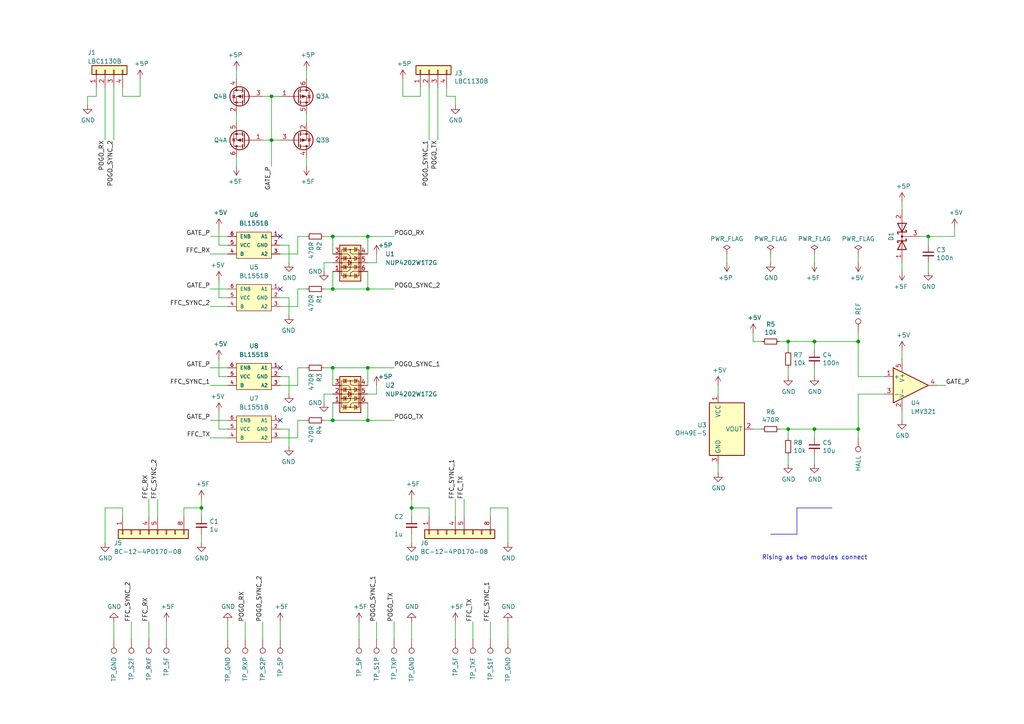
<source format=kicad_sch>
(kicad_sch (version 20230121) (generator eeschema)
  (paper "A4")
  (lib_symbols
    (symbol "Amplifier_Operational:LM321" (pin_names (offset 0.127))
      (property "Reference" "U" (at 0 7.62 0))
      (property "Value" "LM321" (at 0 5.08 0))
      (symbol "LM321_0_1"
        (polyline (pts (xy -5.08 5.08) (xy 5.08 0) (xy -5.08 -5.08) (xy -5.08 5.08)) (stroke (width 0.254)) (fill (type background)))
      )
      (symbol "LM321_1_1"
        (pin input line (at -7.62 2.54 0) (length 2.54) (name "+") (number "1"))
        (pin power_in line (at -2.54 -7.62 90) (length 3.81) (name "V-") (number "2"))
        (pin input line (at -7.62 -2.54 0) (length 2.54) (name "-") (number "3"))
        (pin output line (at 7.62 0 180) (length 2.54) (name "~") (number "4"))
        (pin power_in line (at -2.54 7.62 270) (length 3.81) (name "V+") (number "5"))
      )
    )
    (symbol "Connector:TestPoint" (pin_numbers hide) (pin_names (offset 0.762) hide)
      (property "Reference" "TP" (at 0 6.858 0))
      (property "Value" "TestPoint" (at 0 5.08 0))
      (symbol "TestPoint_0_1"
        (circle (center 0 3.302) (radius 0.762))
      )
      (symbol "TestPoint_1_1"
        (pin passive line (at 0 0 90) (length 2.54) (name "1") (number "1"))
      )
    )
    (symbol "Connector_Generic:Conn_01x04" (pin_names (offset 1.016) hide)
      (property "Reference" "J" (at 0 5.08 0))
      (property "Value" "Conn_01x04" (at 0 -7.62 0))
      (symbol "Conn_01x04_1_1"
        (rectangle (start -1.27 -4.953) (end 0 -5.207) (stroke (width 0.1524)))
        (rectangle (start -1.27 -2.413) (end 0 -2.667) (stroke (width 0.1524)))
        (rectangle (start -1.27 0.127) (end 0 -0.127) (stroke (width 0.1524)))
        (rectangle (start -1.27 2.667) (end 0 2.413) (stroke (width 0.1524)))
        (rectangle (start -1.27 3.81) (end 1.27 -6.35) (stroke (width 0.254)) (fill (type background)))
        (pin passive line (at -5.08 2.54 0) (length 3.81) (name "Pin_1") (number "1"))
        (pin passive line (at -5.08 0 0) (length 3.81) (name "Pin_2") (number "2"))
        (pin passive line (at -5.08 -2.54 0) (length 3.81) (name "Pin_3") (number "3"))
        (pin passive line (at -5.08 -5.08 0) (length 3.81) (name "Pin_4") (number "4"))
      )
    )
    (symbol "Device:D_Schottky_Dual_CommonCathode_AAK" (pin_names (offset 0.762) hide)
      (property "Reference" "D" (at 1.27 -2.54 0))
      (property "Value" "D_Schottky_Dual_CommonCathode_AAK" (at 0 2.54 0))
      (symbol "D_Schottky_Dual_CommonCathode_AAK_0_1"
        (polyline (pts (xy -3.81 0) (xy 3.81 0)))
        (polyline (pts (xy 0 0) (xy 0 -2.54)))
        (polyline (pts (xy -1.27 -1.27) (xy -1.27 1.27) (xy -1.27 1.27)) (stroke (width 0.254)))
        (polyline (pts (xy 1.27 -1.27) (xy 1.27 1.27) (xy 1.27 1.27)) (stroke (width 0.254)))
        (polyline (pts (xy -1.27 -1.27) (xy -0.762 -1.27) (xy -0.762 -1.016) (xy -0.762 -1.016)) (stroke (width 0.254)))
        (polyline (pts (xy 1.27 -1.27) (xy 1.778 -1.27) (xy 1.778 -1.016) (xy 1.778 -1.016)) (stroke (width 0.254)))
        (polyline (pts (xy 1.27 1.27) (xy 0.762 1.27) (xy 0.762 1.016) (xy 0.762 1.016)) (stroke (width 0.254)))
        (polyline (pts (xy -1.778 1.016) (xy -1.778 1.27) (xy -1.27 1.27) (xy -1.27 1.27) (xy -1.27 1.27)) (stroke (width 0.254)))
        (polyline (pts (xy -3.81 1.27) (xy -1.27 0) (xy -3.81 -1.27) (xy -3.81 1.27) (xy -3.81 1.27) (xy -3.81 1.27)) (stroke (width 0.254)))
        (polyline (pts (xy 3.81 -1.27) (xy 1.27 0) (xy 3.81 1.27) (xy 3.81 -1.27) (xy 3.81 -1.27) (xy 3.81 -1.27)) (stroke (width 0.254)))
        (circle (center 0 0) (radius 0.254) (fill (type outline)))
        (pin passive line (at -7.62 0 0) (length 3.81) (name "A") (number "1"))
        (pin passive line (at 7.62 0 180) (length 3.81) (name "A") (number "2"))
        (pin passive line (at 0 -5.08 90) (length 2.54) (name "K") (number "3"))
      )
    )
    (symbol "Device:Q_Dual_PMOS_G1S2G2D2S1D1" (pin_names (offset 0) hide)
      (property "Reference" "Q" (at 6.35 1.27 0))
      (property "Value" "Q_Dual_PMOS_G1S2G2D2S1D1" (at 19.05 -1.27 0))
      (symbol "Q_Dual_PMOS_G1S2G2D2S1D1_0_1"
        (polyline (pts (xy 0.254 0) (xy -2.54 0)))
        (polyline (pts (xy 0.254 1.905) (xy 0.254 -1.905)) (stroke (width 0.254)))
        (polyline (pts (xy 0.762 -1.27) (xy 0.762 -2.286)) (stroke (width 0.254)))
        (polyline (pts (xy 0.762 0.508) (xy 0.762 -0.508)) (stroke (width 0.254)))
        (polyline (pts (xy 0.762 2.286) (xy 0.762 1.27)) (stroke (width 0.254)))
        (polyline (pts (xy 2.54 2.54) (xy 2.54 1.778)))
        (polyline (pts (xy 2.54 -2.54) (xy 2.54 0) (xy 0.762 0)))
        (polyline (pts (xy 0.762 1.778) (xy 3.302 1.778) (xy 3.302 -1.778) (xy 0.762 -1.778)))
        (polyline (pts (xy 2.286 0) (xy 1.27 0.381) (xy 1.27 -0.381) (xy 2.286 0)) (fill (type outline)))
        (polyline (pts (xy 2.794 -0.508) (xy 2.921 -0.381) (xy 3.683 -0.381) (xy 3.81 -0.254)))
        (polyline (pts (xy 3.302 -0.381) (xy 2.921 0.254) (xy 3.683 0.254) (xy 3.302 -0.381)))
        (circle (center 1.651 0) (radius 2.794) (stroke (width 0.254)))
        (circle (center 2.54 -1.778) (radius 0.254) (fill (type outline)))
        (circle (center 2.54 1.778) (radius 0.254) (fill (type outline)))
      )
      (symbol "Q_Dual_PMOS_G1S2G2D2S1D1_1_1"
        (pin input line (at -5.08 0 0) (length 2.54) (name "G") (number "1"))
        (pin passive line (at 2.54 -5.08 90) (length 2.54) (name "S") (number "5"))
        (pin passive line (at 2.54 5.08 270) (length 2.54) (name "D") (number "6"))
      )
      (symbol "Q_Dual_PMOS_G1S2G2D2S1D1_2_1"
        (pin passive line (at 2.54 -5.08 90) (length 2.54) (name "S") (number "2"))
        (pin input line (at -5.08 0 0) (length 2.54) (name "G") (number "3"))
        (pin passive line (at 2.54 5.08 270) (length 2.54) (name "D") (number "4"))
      )
    )
    (symbol "Sensor_Magnetic:A1301KLHLT-T"
      (property "Reference" "U" (at 0 11.43 0))
      (property "Value" "A1301KLHLT-T" (at 0 8.89 0))
      (symbol "A1301KLHLT-T_0_1"
        (rectangle (start -5.08 7.62) (end 5.08 -7.62) (stroke (width 0.254)) (fill (type background)))
      )
      (symbol "A1301KLHLT-T_1_1"
        (pin power_in line (at -2.54 10.16 270) (length 2.54) (name "VCC") (number "1"))
        (pin output line (at 7.62 0 180) (length 2.54) (name "VOUT") (number "2"))
        (pin power_in line (at -2.54 -10.16 90) (length 2.54) (name "GND") (number "3"))
      )
    )
    (symbol "power:+5F" (power) (pin_names (offset 0))
      (property "Value" "+5F" (at 0 3.556 0))
      (symbol "+5F_0_1"
        (polyline (pts (xy -0.762 1.27) (xy 0 2.54)))
        (polyline (pts (xy 0 0) (xy 0 2.54)))
        (polyline (pts (xy 0 2.54) (xy 0.762 1.27)))
      )
      (symbol "+5F_1_1"
        (pin power_in line (at 0 0 90) (length 0) hide (name "+5F") (number "1"))
      )
    )
    (symbol "power:+5P" (power) (pin_names (offset 0))
      (property "Value" "+5P" (at 0 3.556 0))
      (symbol "+5P_0_1"
        (polyline (pts (xy -0.762 1.27) (xy 0 2.54)))
        (polyline (pts (xy 0 0) (xy 0 2.54)))
        (polyline (pts (xy 0 2.54) (xy 0.762 1.27)))
      )
      (symbol "+5P_1_1"
        (pin power_in line (at 0 0 90) (length 0) hide (name "+5P") (number "1"))
      )
    )
    (symbol "power:+5V" (power) (pin_names (offset 0))
      (property "Value" "+5V" (at 0 3.556 0))
      (symbol "+5V_0_1"
        (polyline (pts (xy -0.762 1.27) (xy 0 2.54)))
        (polyline (pts (xy 0 0) (xy 0 2.54)))
        (polyline (pts (xy 0 2.54) (xy 0.762 1.27)))
      )
      (symbol "+5V_1_1"
        (pin power_in line (at 0 0 90) (length 0) hide (name "+5V") (number "1"))
      )
    )
    (symbol "power:GND" (power) (pin_names (offset 0))
      (property "Value" "GND" (at 0 -3.81 0))
      (symbol "GND_0_1"
        (polyline (pts (xy 0 0) (xy 0 -1.27) (xy 1.27 -1.27) (xy 0 -2.54) (xy -1.27 -1.27) (xy 0 -1.27)))
      )
      (symbol "GND_1_1"
        (pin power_in line (at 0 0 270) (length 0) hide (name "GND") (number "1"))
      )
    )
    (symbol "power:PWR_FLAG" (power) (pin_numbers hide) (pin_names (offset 0) hide)
      (property "Value" "PWR_FLAG" (at 0 3.81 0))
      (symbol "PWR_FLAG_0_0"
        (pin power_out line (at 0 0 90) (length 0) (name "pwr") (number "1"))
      )
      (symbol "PWR_FLAG_0_1"
        (polyline (pts (xy 0 0) (xy 0 1.27) (xy -1.016 1.905) (xy 0 2.54) (xy 1.016 1.905) (xy 0 1.27)))
      )
    )
    (symbol "suku_basics:BL1551B" (pin_names (offset 1.016))
      (property "Reference" "U" (at 0 5.08 0))
      (property "Value" "BL1551B" (at 0 -5.08 0))
      (symbol "BL1551B_0_1"
        (rectangle (start -5.08 3.81) (end 5.08 -3.81) (fill (type background)))
      )
      (symbol "BL1551B_1_1"
        (pin bidirectional line (at -7.62 2.54 0) (length 2.54) (name "A1") (number "1"))
        (pin power_in line (at -7.62 0 0) (length 2.54) (name "GND") (number "2"))
        (pin bidirectional line (at -7.62 -2.54 0) (length 2.54) (name "A2") (number "3"))
        (pin bidirectional line (at 7.62 -2.54 180) (length 2.54) (name "B") (number "4"))
        (pin power_in line (at 7.62 0 180) (length 2.54) (name "VCC") (number "5"))
        (pin input line (at 7.62 2.54 180) (length 2.54) (name "ENB") (number "6"))
      )
    )
    (symbol "suku_basics:CAP" (pin_numbers hide) (pin_names (offset 0.254) hide)
      (property "Reference" "C" (at 0.254 1.778 0))
      (property "Value" "CAP" (at 0.254 -2.032 0))
      (symbol "CAP_0_1"
        (polyline (pts (xy -1.524 -0.508) (xy 1.524 -0.508)) (stroke (width 0.3302)))
        (polyline (pts (xy -1.524 0.508) (xy 1.524 0.508)) (stroke (width 0.3048)))
      )
      (symbol "CAP_1_1"
        (pin passive line (at 0 2.54 270) (length 2.032) (name "~") (number "1"))
        (pin passive line (at 0 -2.54 90) (length 2.032) (name "~") (number "2"))
      )
    )
    (symbol "suku_basics:FFC_Conn_01x08_combine_pins2" (pin_names (offset 1.016) hide)
      (property "Reference" "J" (at 0 10.16 0))
      (property "Value" "FFC_Conn_01x08_combine_pins2" (at 0 -12.7 0))
      (symbol "FFC_Conn_01x08_combine_pins2_1_1"
        (rectangle (start -1.27 -10.033) (end 0 -10.287) (stroke (width 0.1524)))
        (rectangle (start -1.27 -7.493) (end 0 -7.747) (stroke (width 0.1524)))
        (rectangle (start -1.27 -4.953) (end 0 -5.207) (stroke (width 0.1524)))
        (rectangle (start -1.27 -2.413) (end 0 -2.667) (stroke (width 0.1524)))
        (rectangle (start -1.27 0.127) (end 0 -0.127) (stroke (width 0.1524)))
        (rectangle (start -1.27 2.667) (end 0 2.413) (stroke (width 0.1524)))
        (rectangle (start -1.27 5.207) (end 0 4.953) (stroke (width 0.1524)))
        (rectangle (start -1.27 7.747) (end 0 7.493) (stroke (width 0.1524)))
        (rectangle (start -1.27 8.89) (end 1.27 -11.43) (stroke (width 0.254)) (fill (type background)))
        (pin passive line (at -5.08 7.62 0) (length 3.81) (name "Pin_1") (number "1"))
        (pin passive line (at -5.08 0 0) (length 3.81) (name "Pin_4") (number "4"))
        (pin passive line (at -5.08 -2.54 0) (length 3.81) (name "Pin_5") (number "5"))
        (pin passive line (at -5.08 -10.16 0) (length 3.81) (name "Pin_8") (number "8"))
      )
    )
    (symbol "suku_basics:RES" (pin_numbers hide) (pin_names (offset 0.254) hide)
      (property "Reference" "R" (at 0.762 0.508 0))
      (property "Value" "RES" (at 0.762 -1.016 0))
      (symbol "RES_1_1"
        (rectangle (start -0.762 1.778) (end 0.762 -1.778) (stroke (width 0.2032)))
        (pin passive line (at 0 2.54 270) (length 0.762) (name "~") (number "1"))
        (pin passive line (at 0 -2.54 90) (length 0.762) (name "~") (number "2"))
      )
    )
    (symbol "suku_basics:U_ESD_4ch"
      (property "Reference" "U" (at -6.985 -2.54 0))
      (property "Value" "U_ESD_4ch" (at 6.35 1.27 90))
      (symbol "U_ESD_4ch_0_1"
        (rectangle (start -5.334 3.048) (end 5.08 -3.048) (stroke (width 0.254)) (fill (type background)))
        (circle (center -3.81 0) (radius 0.127))
        (circle (center -3.81 0) (radius 0.127))
        (circle (center -1.27 -2.54) (radius 0.127))
        (circle (center -1.27 -2.54) (radius 0.127))
        (circle (center -1.27 0) (radius 0.127))
        (circle (center -1.27 0) (radius 0.127))
        (circle (center -1.27 2.54) (radius 0.127))
        (circle (center -1.27 2.54) (radius 0.127))
        (circle (center 0 -2.54) (radius 0.127))
        (circle (center 0 -2.54) (radius 0.127))
        (polyline (pts (xy -4.445 -1.27) (xy -3.175 -1.27)))
        (polyline (pts (xy -4.445 -1.27) (xy -3.175 -1.27)))
        (polyline (pts (xy -4.445 1.905) (xy -3.175 1.905)))
        (polyline (pts (xy -3.81 -2.54) (xy -3.81 -0.635)))
        (polyline (pts (xy -3.81 -2.54) (xy 3.81 -2.54)))
        (polyline (pts (xy -3.81 -0.635) (xy -3.81 0.635)))
        (polyline (pts (xy -3.81 0.635) (xy -3.81 2.54)))
        (polyline (pts (xy -3.81 2.54) (xy 3.81 2.54)))
        (polyline (pts (xy -3.81 2.54) (xy 3.81 2.54)))
        (polyline (pts (xy -1.905 -1.27) (xy -0.635 -1.27)))
        (polyline (pts (xy -1.905 -1.27) (xy -0.635 -1.27)))
        (polyline (pts (xy -1.905 1.905) (xy -0.635 1.905)))
        (polyline (pts (xy -1.27 -2.54) (xy -1.27 -0.635)))
        (polyline (pts (xy -1.27 -2.54) (xy -1.27 -0.635)))
        (polyline (pts (xy -1.27 0.635) (xy -1.27 -0.635)))
        (polyline (pts (xy -1.27 0.635) (xy -1.27 2.54)))
        (polyline (pts (xy 0 -0.889) (xy 0 -3.81)))
        (polyline (pts (xy 0 -0.889) (xy 0 1.016)))
        (polyline (pts (xy 0 -0.889) (xy 0 1.016)))
        (polyline (pts (xy 0 1.016) (xy 0 3.81)))
        (polyline (pts (xy 0.635 -1.27) (xy 1.905 -1.27)))
        (polyline (pts (xy 0.635 -1.27) (xy 1.905 -1.27)))
        (polyline (pts (xy 0.635 1.905) (xy 1.905 1.905)))
        (polyline (pts (xy 1.27 -2.54) (xy 1.27 -0.635)))
        (polyline (pts (xy 1.27 -2.54) (xy 1.27 -0.635)))
        (polyline (pts (xy 1.27 0.635) (xy 1.27 -0.635)))
        (polyline (pts (xy 1.27 0.635) (xy 1.27 2.54)))
        (polyline (pts (xy 3.175 -1.27) (xy 4.445 -1.27)))
        (polyline (pts (xy 3.175 -1.27) (xy 4.445 -1.27)))
        (polyline (pts (xy 3.175 1.905) (xy 4.445 1.905)))
        (polyline (pts (xy 3.81 -2.54) (xy 3.81 -0.635)))
        (polyline (pts (xy 3.81 0.635) (xy 3.81 -0.635)))
        (polyline (pts (xy 3.81 0.635) (xy 3.81 2.54)))
        (polyline (pts (xy 0.762 0.254) (xy -0.762 0.254) (xy -0.762 0)))
        (polyline (pts (xy -4.445 -1.905) (xy -3.175 -1.905) (xy -3.81 -1.27) (xy -4.445 -1.905)))
        (polyline (pts (xy -4.445 1.27) (xy -3.175 1.27) (xy -3.81 1.905) (xy -4.445 1.27)))
        (polyline (pts (xy -2.54 -3.81) (xy -2.54 -0.762) (xy -1.905 0) (xy -1.27 0)))
        (polyline (pts (xy -2.54 3.81) (xy -2.54 0.635) (xy -3.048 0) (xy -3.937 0)))
        (polyline (pts (xy -1.905 -1.905) (xy -0.635 -1.905) (xy -1.27 -1.27) (xy -1.905 -1.905)))
        (polyline (pts (xy -1.905 1.27) (xy -0.635 1.27) (xy -1.27 1.905) (xy -1.905 1.27)))
        (polyline (pts (xy -0.762 -0.508) (xy 0.762 -0.508) (xy 0 0.254) (xy -0.762 -0.508)))
        (polyline (pts (xy -0.762 -0.508) (xy 0.762 -0.508) (xy 0 0.254) (xy -0.762 -0.508)))
        (polyline (pts (xy 0.635 -1.905) (xy 1.905 -1.905) (xy 1.27 -1.27) (xy 0.635 -1.905)))
        (polyline (pts (xy 0.635 1.27) (xy 1.905 1.27) (xy 1.27 1.905) (xy 0.635 1.27)))
        (polyline (pts (xy 2.54 -3.81) (xy 2.54 -0.762) (xy 1.905 0) (xy 1.143 0)))
        (polyline (pts (xy 2.54 3.81) (xy 2.54 0.508) (xy 2.921 0) (xy 3.81 0)))
        (polyline (pts (xy 3.175 -1.905) (xy 4.445 -1.905) (xy 3.81 -1.27) (xy 3.175 -1.905)))
        (polyline (pts (xy 3.175 1.27) (xy 4.445 1.27) (xy 3.81 1.905) (xy 3.175 1.27)))
        (circle (center 0 2.54) (radius 0.127))
        (circle (center 0 2.54) (radius 0.127))
        (circle (center 1.27 -2.54) (radius 0.127))
        (circle (center 1.27 -2.54) (radius 0.127))
        (circle (center 1.27 0) (radius 0.127))
        (circle (center 1.27 0) (radius 0.127))
        (circle (center 1.27 2.54) (radius 0.127))
        (circle (center 1.27 2.54) (radius 0.127))
        (circle (center 3.81 0) (radius 0.127))
        (circle (center 3.81 0) (radius 0.127))
      )
      (symbol "U_ESD_4ch_1_1"
        (pin passive line (at -2.54 -5.08 90) (length 2.54) (name "~") (number "1"))
        (pin passive line (at 0 -5.08 90) (length 2.54) (name "~") (number "2"))
        (pin passive line (at 2.54 -5.08 90) (length 2.54) (name "~") (number "3"))
        (pin passive line (at 2.54 5.08 270) (length 2.54) (name "~") (number "4"))
        (pin passive line (at 0 5.08 270) (length 2.54) (name "~") (number "5"))
        (pin passive line (at -2.54 5.08 270) (length 2.54) (name "~") (number "6"))
      )
    )
  )
  (junction (at 96.52 121.92))
  (junction (at 248.92 99.06))
  (junction (at 228.6 99.06))
  (junction (at 119.38 147.32))
  (junction (at 269.24 68.58))
  (junction (at 248.92 124.46))
  (junction (at 96.52 83.82))
  (junction (at 106.68 83.82))
  (junction (at 236.22 99.06))
  (junction (at 106.68 121.92))
  (junction (at 106.68 68.58))
  (junction (at 236.22 124.46))
  (junction (at 78.74 27.94))
  (junction (at 78.74 40.64))
  (junction (at 96.52 68.58))
  (junction (at 58.42 147.32))
  (junction (at 228.6 124.46))
  (junction (at 96.52 106.68))
  (junction (at 106.68 106.68))
  (no_connect (at 81.28 106.68))
  (no_connect (at 81.28 121.92))
  (no_connect (at 81.28 83.82))
  (no_connect (at 81.28 68.58))
  (wire (pts (xy 68.58 33.02) (xy 68.58 35.56)))
  (wire (pts (xy 81.28 40.64) (xy 78.74 40.64)))
  (wire (pts (xy 78.74 40.64) (xy 76.2 40.64)))
  (wire (pts (xy 210.82 73.66) (xy 210.82 76.2)))
  (wire (pts (xy 116.84 27.94) (xy 121.92 27.94)))
  (wire (pts (xy 86.36 127) (xy 86.36 121.92)))
  (wire (pts (xy 30.48 25.4) (xy 30.48 40.64)))
  (wire (pts (xy 269.24 71.12) (xy 269.24 68.58)))
  (wire (pts (xy 33.02 180.34) (xy 33.02 185.42)))
  (wire (pts (xy 129.54 25.4) (xy 129.54 27.94)))
  (wire (pts (xy 27.94 27.94) (xy 27.94 25.4)))
  (wire (pts (xy 208.28 111.76) (xy 208.28 114.3)))
  (wire (pts (xy 142.24 149.86) (xy 142.24 147.32)))
  (wire (pts (xy 248.92 96.52) (xy 248.92 99.06)))
  (wire (pts (xy 137.16 180.34) (xy 137.16 185.42)))
  (wire (pts (xy 106.68 121.92) (xy 114.3 121.92)))
  (wire (pts (xy 269.24 78.74) (xy 269.24 76.2)))
  (wire (pts (xy 104.14 180.34) (xy 104.14 185.42)))
  (wire (pts (xy 218.44 99.06) (xy 220.98 99.06)))
  (wire (pts (xy 261.62 78.74) (xy 261.62 76.2)))
  (wire (pts (xy 271.78 111.76) (xy 274.32 111.76)))
  (wire (pts (xy 109.22 73.66) (xy 109.22 76.2)))
  (wire (pts (xy 81.28 88.9) (xy 86.36 88.9)))
  (wire (pts (xy 119.38 180.34) (xy 119.38 185.42)))
  (wire (pts (xy 86.36 68.58) (xy 88.9 68.58)))
  (wire (pts (xy 68.58 20.32) (xy 68.58 22.86)))
  (wire (pts (xy 236.22 73.66) (xy 236.22 76.2)))
  (wire (pts (xy 71.12 180.34) (xy 71.12 185.42)))
  (wire (pts (xy 261.62 101.6) (xy 261.62 104.14)))
  (wire (pts (xy 86.36 111.76) (xy 86.36 106.68)))
  (wire (pts (xy 106.68 73.66) (xy 106.68 68.58)))
  (wire (pts (xy 132.08 180.34) (xy 132.08 185.42)))
  (wire (pts (xy 96.52 116.84) (xy 96.52 121.92)))
  (wire (pts (xy 208.28 137.16) (xy 208.28 134.62)))
  (wire (pts (xy 81.28 73.66) (xy 86.36 73.66)))
  (wire (pts (xy 96.52 76.2) (xy 93.98 76.2)))
  (wire (pts (xy 66.04 124.46) (xy 63.5 124.46)))
  (wire (pts (xy 96.52 83.82) (xy 106.68 83.82)))
  (wire (pts (xy 35.56 147.32) (xy 30.48 147.32)))
  (wire (pts (xy 96.52 73.66) (xy 96.52 68.58)))
  (wire (pts (xy 81.28 180.34) (xy 81.28 185.42)))
  (wire (pts (xy 228.6 99.06) (xy 226.06 99.06)))
  (wire (pts (xy 106.68 83.82) (xy 114.3 83.82)))
  (wire (pts (xy 66.04 109.22) (xy 63.5 109.22)))
  (wire (pts (xy 223.52 73.66) (xy 223.52 76.2)))
  (wire (pts (xy 66.04 88.9) (xy 60.96 88.9)))
  (wire (pts (xy 236.22 99.06) (xy 248.92 99.06)))
  (wire (pts (xy 228.6 101.6) (xy 228.6 99.06)))
  (wire (pts (xy 236.22 101.6) (xy 236.22 99.06)))
  (wire (pts (xy 88.9 33.02) (xy 88.9 35.56)))
  (wire (pts (xy 106.68 111.76) (xy 106.68 106.68)))
  (wire (pts (xy 58.42 144.78) (xy 58.42 147.32)))
  (wire (pts (xy 93.98 106.68) (xy 96.52 106.68)))
  (wire (pts (xy 63.5 119.38) (xy 63.5 124.46)))
  (wire (pts (xy 53.34 149.86) (xy 53.34 147.32)))
  (wire (pts (xy 58.42 149.86) (xy 58.42 147.32)))
  (wire (pts (xy 66.04 86.36) (xy 63.5 86.36)))
  (wire (pts (xy 142.24 180.34) (xy 142.24 185.42)))
  (polyline (pts (xy 231.14 154.94) (xy 231.14 147.32)))
  (wire (pts (xy 119.38 157.48) (xy 119.38 154.94)))
  (wire (pts (xy 236.22 134.62) (xy 236.22 132.08)))
  (wire (pts (xy 68.58 48.26) (xy 68.58 45.72)))
  (wire (pts (xy 38.1 180.34) (xy 38.1 185.42)))
  (wire (pts (xy 93.98 68.58) (xy 96.52 68.58)))
  (wire (pts (xy 35.56 149.86) (xy 35.56 147.32)))
  (wire (pts (xy 96.52 121.92) (xy 106.68 121.92)))
  (wire (pts (xy 106.68 116.84) (xy 106.68 121.92)))
  (wire (pts (xy 86.36 88.9) (xy 86.36 83.82)))
  (wire (pts (xy 83.82 86.36) (xy 83.82 91.44)))
  (wire (pts (xy 236.22 124.46) (xy 228.6 124.46)))
  (wire (pts (xy 88.9 121.92) (xy 86.36 121.92)))
  (wire (pts (xy 88.9 20.32) (xy 88.9 22.86)))
  (wire (pts (xy 35.56 25.4) (xy 35.56 27.94)))
  (wire (pts (xy 76.2 180.34) (xy 76.2 185.42)))
  (wire (pts (xy 228.6 132.08) (xy 228.6 134.62)))
  (wire (pts (xy 248.92 124.46) (xy 236.22 124.46)))
  (wire (pts (xy 248.92 73.66) (xy 248.92 76.2)))
  (wire (pts (xy 96.52 114.3) (xy 93.98 114.3)))
  (wire (pts (xy 81.28 111.76) (xy 86.36 111.76)))
  (wire (pts (xy 60.96 68.58) (xy 66.04 68.58)))
  (wire (pts (xy 40.64 27.94) (xy 40.64 22.86)))
  (wire (pts (xy 66.04 121.92) (xy 60.96 121.92)))
  (wire (pts (xy 83.82 124.46) (xy 83.82 129.54)))
  (wire (pts (xy 269.24 68.58) (xy 276.86 68.58)))
  (wire (pts (xy 96.52 78.74) (xy 96.52 83.82)))
  (wire (pts (xy 106.68 78.74) (xy 106.68 83.82)))
  (wire (pts (xy 248.92 99.06) (xy 248.92 109.22)))
  (wire (pts (xy 25.4 27.94) (xy 27.94 27.94)))
  (wire (pts (xy 83.82 71.12) (xy 81.28 71.12)))
  (wire (pts (xy 43.18 180.34) (xy 43.18 185.42)))
  (wire (pts (xy 248.92 109.22) (xy 256.54 109.22)))
  (wire (pts (xy 60.96 106.68) (xy 66.04 106.68)))
  (wire (pts (xy 81.28 127) (xy 86.36 127)))
  (wire (pts (xy 96.52 111.76) (xy 96.52 106.68)))
  (wire (pts (xy 66.04 180.34) (xy 66.04 185.42)))
  (wire (pts (xy 96.52 106.68) (xy 106.68 106.68)))
  (wire (pts (xy 228.6 106.68) (xy 228.6 109.22)))
  (wire (pts (xy 60.96 73.66) (xy 66.04 73.66)))
  (wire (pts (xy 63.5 66.04) (xy 63.5 71.12)))
  (wire (pts (xy 121.92 27.94) (xy 121.92 25.4)))
  (wire (pts (xy 276.86 68.58) (xy 276.86 66.04)))
  (wire (pts (xy 228.6 127) (xy 228.6 124.46)))
  (wire (pts (xy 83.82 86.36) (xy 81.28 86.36)))
  (wire (pts (xy 236.22 109.22) (xy 236.22 106.68)))
  (wire (pts (xy 109.22 76.2) (xy 106.68 76.2)))
  (wire (pts (xy 88.9 48.26) (xy 88.9 45.72)))
  (wire (pts (xy 58.42 157.48) (xy 58.42 154.94)))
  (wire (pts (xy 83.82 124.46) (xy 81.28 124.46)))
  (wire (pts (xy 261.62 121.92) (xy 261.62 119.38)))
  (wire (pts (xy 78.74 27.94) (xy 78.74 40.64)))
  (wire (pts (xy 109.22 111.76) (xy 109.22 114.3)))
  (wire (pts (xy 119.38 147.32) (xy 119.38 149.86)))
  (wire (pts (xy 58.42 147.32) (xy 53.34 147.32)))
  (wire (pts (xy 45.72 144.78) (xy 45.72 149.86)))
  (wire (pts (xy 147.32 147.32) (xy 142.24 147.32)))
  (wire (pts (xy 124.46 149.86) (xy 124.46 147.32)))
  (wire (pts (xy 43.18 144.78) (xy 43.18 149.86)))
  (wire (pts (xy 93.98 83.82) (xy 96.52 83.82)))
  (wire (pts (xy 114.3 180.34) (xy 114.3 185.42)))
  (wire (pts (xy 83.82 109.22) (xy 81.28 109.22)))
  (wire (pts (xy 218.44 124.46) (xy 220.98 124.46)))
  (wire (pts (xy 116.84 22.86) (xy 116.84 27.94)))
  (wire (pts (xy 261.62 58.42) (xy 261.62 60.96)))
  (wire (pts (xy 93.98 114.3) (xy 93.98 116.84)))
  (wire (pts (xy 119.38 147.32) (xy 124.46 147.32)))
  (wire (pts (xy 86.36 73.66) (xy 86.36 68.58)))
  (wire (pts (xy 78.74 40.64) (xy 78.74 48.26)))
  (wire (pts (xy 93.98 121.92) (xy 96.52 121.92)))
  (wire (pts (xy 33.02 25.4) (xy 33.02 40.64)))
  (wire (pts (xy 30.48 147.32) (xy 30.48 157.48)))
  (wire (pts (xy 83.82 114.3) (xy 83.82 109.22)))
  (wire (pts (xy 88.9 83.82) (xy 86.36 83.82)))
  (wire (pts (xy 63.5 104.14) (xy 63.5 109.22)))
  (wire (pts (xy 88.9 106.68) (xy 86.36 106.68)))
  (wire (pts (xy 93.98 76.2) (xy 93.98 78.74)))
  (wire (pts (xy 25.4 30.48) (xy 25.4 27.94)))
  (wire (pts (xy 96.52 68.58) (xy 106.68 68.58)))
  (wire (pts (xy 248.92 124.46) (xy 248.92 127)))
  (wire (pts (xy 66.04 127) (xy 60.96 127)))
  (wire (pts (xy 76.2 27.94) (xy 78.74 27.94)))
  (wire (pts (xy 248.92 114.3) (xy 248.92 124.46)))
  (wire (pts (xy 63.5 81.28) (xy 63.5 86.36)))
  (wire (pts (xy 66.04 83.82) (xy 60.96 83.82)))
  (wire (pts (xy 106.68 106.68) (xy 114.3 106.68)))
  (wire (pts (xy 218.44 96.52) (xy 218.44 99.06)))
  (wire (pts (xy 106.68 68.58) (xy 114.3 68.58)))
  (wire (pts (xy 66.04 71.12) (xy 63.5 71.12)))
  (wire (pts (xy 269.24 68.58) (xy 266.7 68.58)))
  (polyline (pts (xy 231.14 147.32) (xy 241.3 147.32)))
  (wire (pts (xy 129.54 27.94) (xy 132.08 27.94)))
  (wire (pts (xy 147.32 180.34) (xy 147.32 185.42)))
  (wire (pts (xy 60.96 111.76) (xy 66.04 111.76)))
  (wire (pts (xy 35.56 27.94) (xy 40.64 27.94)))
  (wire (pts (xy 248.92 114.3) (xy 256.54 114.3)))
  (wire (pts (xy 109.22 180.34) (xy 109.22 185.42)))
  (wire (pts (xy 132.08 27.94) (xy 132.08 30.48)))
  (wire (pts (xy 119.38 144.78) (xy 119.38 147.32)))
  (wire (pts (xy 236.22 127) (xy 236.22 124.46)))
  (wire (pts (xy 48.26 180.34) (xy 48.26 185.42)))
  (wire (pts (xy 134.62 144.78) (xy 134.62 149.86)))
  (wire (pts (xy 236.22 99.06) (xy 228.6 99.06)))
  (wire (pts (xy 124.46 25.4) (xy 124.46 40.64)))
  (polyline (pts (xy 223.52 154.94) (xy 231.14 154.94)))
  (wire (pts (xy 228.6 124.46) (xy 226.06 124.46)))
  (wire (pts (xy 132.08 144.78) (xy 132.08 149.86)))
  (wire (pts (xy 127 25.4) (xy 127 40.64)))
  (wire (pts (xy 81.28 27.94) (xy 78.74 27.94)))
  (wire (pts (xy 147.32 157.48) (xy 147.32 147.32)))
  (wire (pts (xy 83.82 76.2) (xy 83.82 71.12)))
  (wire (pts (xy 109.22 114.3) (xy 106.68 114.3)))
  (text "Rising as two modules connect\n" (at 220.98 162.56 0) (effects (font (size 1.27 1.27)) (justify left bottom)))
  (label "GATE_P" (at 60.96 106.68 180))
  (label "GATE_P" (at 60.96 121.92 180))
  (label "GATE_P" (at 60.96 83.82 180))
  (label "POGO_RX" (at 71.12 180.34 90))
  (label "FFC_SYNC_1" (at 60.96 111.76 180))
  (label "FFC_SYNC_1" (at 132.08 144.78 90))
  (label "FFC_SYNC_2" (at 60.96 88.9 180))
  (label "FFC_SYNC_2" (at 45.72 144.78 90))
  (label "FFC_TX" (at 134.62 144.78 90))
  (label "FFC_SYNC_1" (at 142.24 180.34 90))
  (label "GATE_P" (at 78.74 48.26 270))
  (label "GATE_P" (at 274.32 111.76 0))
  (label "POGO_TX" (at 114.3 121.92 0))
  (label "POGO_SYNC_1" (at 109.22 180.34 90))
  (label "POGO_SYNC_2" (at 33.02 40.64 270))
  (label "FFC_TX" (at 137.16 180.34 90))
  (label "FFC_RX" (at 43.18 180.34 90))
  (label "POGO_TX" (at 127 40.64 270))
  (label "FFC_SYNC_2" (at 38.1 180.34 90))
  (label "FFC_TX" (at 60.96 127 180))
  (label "GATE_P" (at 60.96 68.58 180))
  (label "POGO_SYNC_2" (at 76.2 180.34 90))
  (label "POGO_SYNC_1" (at 114.3 106.68 0))
  (label "POGO_SYNC_2" (at 114.3 83.82 0))
  (label "POGO_RX" (at 30.48 40.64 270))
  (label "POGO_RX" (at 114.3 68.58 0))
  (label "FFC_RX" (at 60.96 73.66 180))
  (label "FFC_RX" (at 43.18 144.78 90))
  (label "POGO_SYNC_1" (at 124.46 40.64 270))
  (label "POGO_TX" (at 114.3 180.34 90))
  (symbol (lib_id "suku_basics:U_ESD_4ch") (at 101.6 76.2 270) (mirror x) (unit 1)
    (property "Reference" "U1" (at 111.76 73.66 90) (effects (justify left)))
    (property "Value" "NUP4202W1T2G" (at 111.76 76.2 90) (effects (justify left)))
    (property "Footprint" "suku_basics:SOT-363_SC-70-6" (effects hide))
    (property "Datasheet" "https://lcsc.com/product-detail/_CREATEK_CEST236LC5VU-M_CREATEK-CEST236LC5VU-M_C266649.html" (effects hide))
    (property "Part" "C294963" (effects hide))
  )
  (symbol (lib_id "suku_basics:RES") (at 91.44 68.58 270) (unit 1)
    (property "Reference" "R2" (at 92.6084 70.0786 0) (effects (justify left)))
    (property "Value" "470R" (at 90.297 70.0786 0) (effects (justify left)))
    (property "Footprint" "suku_basics:RES_0402" (effects hide))
  )
  (symbol (lib_id "Connector_Generic:Conn_01x04") (at 30.48 20.32 90) (unit 1)
    (property "Reference" "J1" (at 25.4 15.24 90) (effects (justify right)))
    (property "Value" "LBC1130B" (at 25.4 17.78 90) (effects (justify right)))
    (property "Footprint" "suku_basics:J_4xPOGO_SMD" (effects hide))
    (property "Part" "LBC1130B" (effects hide))
  )
  (symbol (lib_id "Connector_Generic:Conn_01x04") (at 124.46 20.32 90) (unit 1)
    (property "Reference" "J3" (at 131.7752 21.2344 90) (effects (justify right)))
    (property "Value" "LBC1130B" (at 131.7752 23.5458 90) (effects (justify right)))
    (property "Footprint" "suku_basics:J_4xPOGO_SMD" (effects hide))
    (property "Part" "LBC1130B" (effects hide))
  )
  (symbol (lib_id "power:GND") (at 93.98 78.74 0) (unit 1)
    (property "Reference" "#PWR04" (effects hide))
    (property "Value" "GND" (at 91.44 78.74 0))
  )
  (symbol (lib_id "power:+5P") (at 116.84 22.86 0) (unit 1)
    (property "Reference" "#PWR012" (effects hide))
    (property "Value" "+5P" (at 117.221 18.4658 0))
  )
  (symbol (lib_id "power:GND") (at 25.4 30.48 0) (unit 1)
    (property "Reference" "#PWR02" (effects hide))
    (property "Value" "GND" (at 25.527 34.8742 0))
  )
  (symbol (lib_id "power:+5P") (at 40.64 22.86 0) (unit 1)
    (property "Reference" "#PWR05" (effects hide))
    (property "Value" "+5P" (at 41.021 18.4658 0))
  )
  (symbol (lib_id "power:GND") (at 132.08 30.48 0) (unit 1)
    (property "Reference" "#PWR015" (effects hide))
    (property "Value" "GND" (at 132.207 34.8742 0))
  )
  (symbol (lib_id "Device:Q_Dual_PMOS_G1S2G2D2S1D1") (at 86.36 27.94 0) (unit 1)
    (property "Reference" "Q3" (at 91.5924 27.94 0) (effects (justify left)))
    (property "Value" "WST2011" (effects hide))
    (property "Footprint" "suku_basics:SOT-23-6" (effects hide))
    (property "Part" "C148368" (effects hide))
  )
  (symbol (lib_id "Device:Q_Dual_PMOS_G1S2G2D2S1D1") (at 86.36 40.64 0) (mirror x) (unit 2)
    (property "Reference" "Q3" (at 91.5924 40.64 0) (effects (justify left)))
    (property "Value" "WST2011" (effects hide))
    (property "Footprint" "suku_basics:SOT-23-6" (effects hide))
    (property "Part" "C148368" (effects hide))
  )
  (symbol (lib_id "power:+5P") (at 88.9 20.32 0) (unit 1)
    (property "Reference" "#PWR08" (effects hide))
    (property "Value" "+5P" (at 89.281 15.9258 0))
  )
  (symbol (lib_id "power:+5F") (at 68.58 48.26 180) (unit 1)
    (property "Reference" "#PWR09" (effects hide))
    (property "Value" "+5F" (at 68.199 52.6542 0))
  )
  (symbol (lib_id "Device:Q_Dual_PMOS_G1S2G2D2S1D1") (at 71.12 27.94 0) (mirror y) (unit 2)
    (property "Reference" "Q4" (at 65.8876 27.94 0) (effects (justify left)))
    (property "Value" "WST2011" (effects hide))
    (property "Footprint" "suku_basics:SOT-23-6" (effects hide))
    (property "Part" "C148368" (effects hide))
  )
  (symbol (lib_id "Device:Q_Dual_PMOS_G1S2G2D2S1D1") (at 71.12 40.64 180) (unit 1)
    (property "Reference" "Q4" (at 65.8876 40.64 0) (effects (justify left)))
    (property "Value" "WST2011" (effects hide))
    (property "Footprint" "suku_basics:SOT-23-6" (effects hide))
    (property "Part" "C148368" (effects hide))
  )
  (symbol (lib_id "power:+5P") (at 68.58 20.32 0) (mirror y) (unit 1)
    (property "Reference" "#PWR010" (effects hide))
    (property "Value" "+5P" (at 68.199 15.9258 0))
  )
  (symbol (lib_id "power:+5F") (at 88.9 48.26 0) (mirror x) (unit 1)
    (property "Reference" "#PWR011" (effects hide))
    (property "Value" "+5F" (at 89.281 52.6542 0))
  )
  (symbol (lib_id "power:+5P") (at 109.22 73.66 0) (unit 1)
    (property "Reference" "#PWR03" (effects hide))
    (property "Value" "+5P" (at 111.76 71.12 0))
  )
  (symbol (lib_id "suku_basics:U_ESD_4ch") (at 101.6 114.3 270) (mirror x) (unit 1)
    (property "Reference" "U2" (at 111.76 111.76 90) (effects (justify left)))
    (property "Value" "NUP4202W1T2G" (at 111.76 114.3 90) (effects (justify left)))
    (property "Footprint" "suku_basics:SOT-363_SC-70-6" (effects hide))
    (property "Datasheet" "https://lcsc.com/product-detail/_CREATEK_CEST236LC5VU-M_CREATEK-CEST236LC5VU-M_C266649.html" (effects hide))
    (property "Part" "C294963" (effects hide))
  )
  (symbol (lib_id "suku_basics:CAP") (at 58.42 152.4 0) (unit 1)
    (property "Reference" "C1" (at 60.7568 151.2316 0) (effects (justify left)))
    (property "Value" "1u" (at 60.7568 153.543 0) (effects (justify left)))
    (property "Footprint" "suku_basics:CAP_0805" (effects hide))
  )
  (symbol (lib_id "power:GND") (at 30.48 157.48 0) (unit 1)
    (property "Reference" "#PWR01" (effects hide))
    (property "Value" "GND" (at 30.607 161.8742 0))
  )
  (symbol (lib_id "power:+5F") (at 58.42 144.78 0) (unit 1)
    (property "Reference" "#PWR06" (effects hide))
    (property "Value" "+5F" (at 58.801 140.3858 0))
  )
  (symbol (lib_id "power:GND") (at 58.42 157.48 0) (unit 1)
    (property "Reference" "#PWR07" (effects hide))
    (property "Value" "GND" (at 58.547 161.8742 0))
  )
  (symbol (lib_id "suku_basics:CAP") (at 119.38 152.4 0) (unit 1)
    (property "Reference" "C2" (at 114.3 149.86 0) (effects (justify left)))
    (property "Value" "1u" (at 114.3 154.94 0) (effects (justify left)))
    (property "Footprint" "suku_basics:CAP_0805" (effects hide))
  )
  (symbol (lib_id "power:+5F") (at 119.38 144.78 0) (unit 1)
    (property "Reference" "#PWR013" (effects hide))
    (property "Value" "+5F" (at 119.761 140.3858 0))
  )
  (symbol (lib_id "power:GND") (at 119.38 157.48 0) (unit 1)
    (property "Reference" "#PWR014" (effects hide))
    (property "Value" "GND" (at 119.507 161.8742 0))
  )
  (symbol (lib_id "power:GND") (at 147.32 157.48 0) (unit 1)
    (property "Reference" "#PWR016" (effects hide))
    (property "Value" "GND" (at 147.447 161.8742 0))
  )
  (symbol (lib_id "Device:D_Schottky_Dual_CommonCathode_AAK") (at 261.62 68.58 90) (unit 1)
    (property "Reference" "D1" (at 258.445 68.58 0))
    (property "Value" "BAT54C" (effects hide))
    (property "Footprint" "suku_basics:SOT-23" (effects hide))
    (property "Part" "C375703" (effects hide))
  )
  (symbol (lib_id "power:+5P") (at 261.62 58.42 0) (unit 1)
    (property "Reference" "#PWR019" (effects hide))
    (property "Value" "+5P" (at 262.001 54.0258 0))
  )
  (symbol (lib_id "power:+5F") (at 261.62 78.74 180) (unit 1)
    (property "Reference" "#PWR020" (effects hide))
    (property "Value" "+5F" (at 261.239 83.1342 0))
  )
  (symbol (lib_id "power:+5V") (at 208.28 111.76 0) (unit 1)
    (property "Reference" "#PWR021" (effects hide))
    (property "Value" "+5V" (at 208.661 107.3658 0))
  )
  (symbol (lib_id "power:GND") (at 208.28 137.16 0) (unit 1)
    (property "Reference" "#PWR022" (effects hide))
    (property "Value" "GND" (at 208.407 141.5542 0))
  )
  (symbol (lib_id "Sensor_Magnetic:A1301KLHLT-T") (at 210.82 124.46 0) (unit 1)
    (property "Reference" "U3" (at 205.0034 123.2916 0) (effects (justify right)))
    (property "Value" "OH49E-S" (at 205.0034 125.603 0) (effects (justify right)))
    (property "Footprint" "suku_basics:SOT-23W" (effects hide))
    (property "Datasheet" "http://www.allegromicro.com/~/media/Files/Datasheets/A1301-2-Datasheet.ashx" (effects hide))
    (property "Part" "C85573" (effects hide))
  )
  (symbol (lib_id "power:+5V") (at 63.5 66.04 0) (unit 1)
    (property "Reference" "#PWR0105" (effects hide))
    (property "Value" "+5V" (at 63.881 61.6458 0))
  )
  (symbol (lib_id "power:+5V") (at 63.5 81.28 0) (mirror y) (unit 1)
    (property "Reference" "#PWR0106" (effects hide))
    (property "Value" "+5V" (at 63.119 76.8858 0))
  )
  (symbol (lib_id "power:PWR_FLAG") (at 210.82 73.66 0) (unit 1)
    (property "Reference" "#FLG0101" (effects hide))
    (property "Value" "PWR_FLAG" (at 210.82 69.2658 0))
  )
  (symbol (lib_id "suku_basics:RES") (at 223.52 124.46 270) (unit 1)
    (property "Reference" "R6" (at 223.52 119.4816 90))
    (property "Value" "470R" (at 223.52 121.793 90))
    (property "Footprint" "suku_basics:RES_0805" (effects hide))
  )
  (symbol (lib_id "power:GND") (at 223.52 76.2 0) (unit 1)
    (property "Reference" "#PWR0101" (effects hide))
    (property "Value" "GND" (at 223.647 80.5942 0))
  )
  (symbol (lib_id "power:PWR_FLAG") (at 223.52 73.66 0) (unit 1)
    (property "Reference" "#FLG0102" (effects hide))
    (property "Value" "PWR_FLAG" (at 223.52 69.2658 0))
  )
  (symbol (lib_id "suku_basics:RES") (at 228.6 129.54 180) (unit 1)
    (property "Reference" "R8" (at 230.0986 128.3716 0) (effects (justify right)))
    (property "Value" "10k" (at 230.0986 130.683 0) (effects (justify right)))
    (property "Footprint" "suku_basics:RES_0805" (effects hide))
  )
  (symbol (lib_id "power:GND") (at 228.6 134.62 0) (unit 1)
    (property "Reference" "#PWR027" (effects hide))
    (property "Value" "GND" (at 228.727 139.0142 0))
  )
  (symbol (lib_id "suku_basics:CAP") (at 236.22 129.54 0) (unit 1)
    (property "Reference" "C5" (at 238.5568 128.3716 0) (effects (justify left)))
    (property "Value" "10u" (at 238.5568 130.683 0) (effects (justify left)))
    (property "Footprint" "suku_basics:CAP_0805" (effects hide))
  )
  (symbol (lib_id "power:GND") (at 236.22 134.62 0) (unit 1)
    (property "Reference" "#PWR029" (effects hide))
    (property "Value" "GND" (at 236.347 139.0142 0))
  )
  (symbol (lib_id "power:+5V") (at 218.44 96.52 0) (unit 1)
    (property "Reference" "#PWR024" (effects hide))
    (property "Value" "+5V" (at 218.821 92.1258 0))
  )
  (symbol (lib_id "suku_basics:RES") (at 223.52 99.06 270) (unit 1)
    (property "Reference" "R5" (at 223.52 94.0816 90))
    (property "Value" "10k" (at 223.52 96.393 90))
    (property "Footprint" "suku_basics:RES_0805" (effects hide))
  )
  (symbol (lib_id "suku_basics:RES") (at 228.6 104.14 180) (unit 1)
    (property "Reference" "R7" (at 230.0986 102.9716 0) (effects (justify right)))
    (property "Value" "10k" (at 230.0986 105.283 0) (effects (justify right)))
    (property "Footprint" "suku_basics:RES_0805" (effects hide))
  )
  (symbol (lib_id "power:GND") (at 228.6 109.22 0) (unit 1)
    (property "Reference" "#PWR026" (effects hide))
    (property "Value" "GND" (at 228.727 113.6142 0))
  )
  (symbol (lib_id "suku_basics:CAP") (at 236.22 104.14 0) (unit 1)
    (property "Reference" "C4" (at 238.5568 102.9716 0) (effects (justify left)))
    (property "Value" "100n" (at 238.5568 105.283 0) (effects (justify left)))
    (property "Footprint" "suku_basics:CAP_0805" (effects hide))
  )
  (symbol (lib_id "power:GND") (at 236.22 109.22 0) (unit 1)
    (property "Reference" "#PWR028" (effects hide))
    (property "Value" "GND" (at 236.347 113.6142 0))
  )
  (symbol (lib_id "power:+5P") (at 210.82 76.2 180) (unit 1)
    (property "Reference" "#PWR0102" (effects hide))
    (property "Value" "+5P" (at 210.439 80.5942 0))
  )
  (symbol (lib_id "power:+5V") (at 276.86 66.04 0) (unit 1)
    (property "Reference" "#PWR025" (effects hide))
    (property "Value" "+5V" (at 277.241 61.6458 0))
  )
  (symbol (lib_id "power:PWR_FLAG") (at 236.22 73.66 0) (unit 1)
    (property "Reference" "#FLG0103" (effects hide))
    (property "Value" "PWR_FLAG" (at 236.22 69.2658 0))
  )
  (symbol (lib_id "power:+5F") (at 236.22 76.2 180) (unit 1)
    (property "Reference" "#PWR0103" (effects hide))
    (property "Value" "+5F" (at 235.839 80.5942 0))
  )
  (symbol (lib_id "power:PWR_FLAG") (at 248.92 73.66 0) (unit 1)
    (property "Reference" "#FLG0104" (effects hide))
    (property "Value" "PWR_FLAG" (at 248.92 69.2658 0))
  )
  (symbol (lib_id "power:+5V") (at 248.92 76.2 180) (unit 1)
    (property "Reference" "#PWR0104" (effects hide))
    (property "Value" "+5V" (at 248.539 80.5942 0))
  )
  (symbol (lib_id "suku_basics:CAP") (at 269.24 73.66 0) (unit 1)
    (property "Reference" "C3" (at 271.5768 72.4916 0) (effects (justify left)))
    (property "Value" "100n" (at 271.5768 74.803 0) (effects (justify left)))
    (property "Footprint" "suku_basics:CAP_0805" (effects hide))
  )
  (symbol (lib_id "power:GND") (at 269.24 78.74 0) (unit 1)
    (property "Reference" "#PWR023" (effects hide))
    (property "Value" "GND" (at 269.367 83.1342 0))
  )
  (symbol (lib_id "Amplifier_Operational:LM321") (at 264.16 111.76 0) (unit 1)
    (property "Reference" "U4" (at 264.16 116.84 0) (effects (justify left)))
    (property "Value" "LMV321" (at 264.16 119.38 0) (effects (justify left)))
    (property "Footprint" "suku_basics:SOT-23-5" (effects hide))
    (property "Datasheet" "http://www.ti.com/lit/ds/symlink/lm321.pdf" (effects hide))
    (property "Part" "C90297" (effects hide))
  )
  (symbol (lib_id "power:GND") (at 261.62 121.92 0) (unit 1)
    (property "Reference" "#PWR031" (effects hide))
    (property "Value" "GND" (at 261.747 126.3142 0))
  )
  (symbol (lib_id "power:+5V") (at 261.62 101.6 0) (unit 1)
    (property "Reference" "#PWR030" (effects hide))
    (property "Value" "+5V" (at 262.001 97.2058 0))
  )
  (symbol (lib_id "suku_basics:FFC_Conn_01x08_combine_pins2") (at 43.18 154.94 90) (mirror x) (unit 1)
    (property "Reference" "J5" (at 33.02 157.48 90) (effects (justify right)))
    (property "Value" "BC-12-4PD170-08" (at 33.02 160.02 90) (effects (justify right)))
    (property "Footprint" "suku_basics:J_BATTERY_CONN" (effects hide))
  )
  (symbol (lib_id "suku_basics:FFC_Conn_01x08_combine_pins2") (at 132.08 154.94 90) (mirror x) (unit 1)
    (property "Reference" "J6" (at 121.92 157.48 90) (effects (justify right)))
    (property "Value" "BC-12-4PD170-08" (at 121.92 160.02 90) (effects (justify right)))
    (property "Footprint" "suku_basics:J_BATTERY_CONN" (effects hide))
  )
  (symbol (lib_id "Connector:TestPoint") (at 33.02 185.42 0) (mirror x) (unit 1)
    (property "Reference" "TP1" (effects hide))
    (property "Value" "TP_GND" (at 33.02 190.5 90) (effects (justify left)))
    (property "Footprint" "TestPoint:TestPoint_THTPad_1.0x1.0mm_Drill0.5mm" (effects hide))
  )
  (symbol (lib_id "power:GND") (at 33.02 180.34 0) (mirror x) (unit 1)
    (property "Reference" "#PWR0112" (effects hide))
    (property "Value" "GND" (at 33.147 175.9458 0))
  )
  (symbol (lib_id "Connector:TestPoint") (at 38.1 185.42 0) (mirror x) (unit 1)
    (property "Reference" "TP2" (effects hide))
    (property "Value" "TP_S2F" (at 38.1 190.5 90) (effects (justify left)))
    (property "Footprint" "TestPoint:TestPoint_THTPad_1.0x1.0mm_Drill0.5mm" (effects hide))
  )
  (symbol (lib_id "Connector:TestPoint") (at 43.18 185.42 0) (mirror x) (unit 1)
    (property "Reference" "TP3" (effects hide))
    (property "Value" "TP_RXF" (at 43.18 190.5 90) (effects (justify left)))
    (property "Footprint" "TestPoint:TestPoint_THTPad_1.0x1.0mm_Drill0.5mm" (effects hide))
  )
  (symbol (lib_id "Connector:TestPoint") (at 48.26 185.42 0) (mirror x) (unit 1)
    (property "Reference" "TP4" (effects hide))
    (property "Value" "TP_5F" (at 48.26 190.5 90) (effects (justify left)))
    (property "Footprint" "TestPoint:TestPoint_THTPad_1.0x1.0mm_Drill0.5mm" (effects hide))
  )
  (symbol (lib_id "power:+5F") (at 48.26 180.34 0) (unit 1)
    (property "Reference" "#PWR0115" (effects hide))
    (property "Value" "+5F" (at 48.641 175.9458 0))
  )
  (symbol (lib_id "Connector:TestPoint") (at 132.08 185.42 0) (mirror x) (unit 1)
    (property "Reference" "TP5" (effects hide))
    (property "Value" "TP_5F" (at 132.08 190.5 90) (effects (justify left)))
    (property "Footprint" "TestPoint:TestPoint_THTPad_1.0x1.0mm_Drill0.5mm" (effects hide))
  )
  (symbol (lib_id "Connector:TestPoint") (at 137.16 185.42 0) (mirror x) (unit 1)
    (property "Reference" "TP6" (effects hide))
    (property "Value" "TP_TXF" (at 137.16 190.5 90) (effects (justify left)))
    (property "Footprint" "TestPoint:TestPoint_THTPad_1.0x1.0mm_Drill0.5mm" (effects hide))
  )
  (symbol (lib_id "Connector:TestPoint") (at 142.24 185.42 0) (mirror x) (unit 1)
    (property "Reference" "TP7" (effects hide))
    (property "Value" "TP_S1F" (at 142.24 190.5 90) (effects (justify left)))
    (property "Footprint" "TestPoint:TestPoint_THTPad_1.0x1.0mm_Drill0.5mm" (effects hide))
  )
  (symbol (lib_id "Connector:TestPoint") (at 147.32 185.42 0) (mirror x) (unit 1)
    (property "Reference" "TP8" (effects hide))
    (property "Value" "TP_GND" (at 147.32 190.5 90) (effects (justify left)))
    (property "Footprint" "TestPoint:TestPoint_THTPad_1.0x1.0mm_Drill0.5mm" (effects hide))
  )
  (symbol (lib_id "power:+5F") (at 132.08 180.34 0) (unit 1)
    (property "Reference" "#PWR0113" (effects hide))
    (property "Value" "+5F" (at 132.461 175.9458 0))
  )
  (symbol (lib_id "power:GND") (at 147.32 180.34 0) (mirror x) (unit 1)
    (property "Reference" "#PWR0114" (effects hide))
    (property "Value" "GND" (at 147.447 175.9458 0))
  )
  (symbol (lib_id "Connector:TestPoint") (at 66.04 185.42 0) (mirror x) (unit 1)
    (property "Reference" "TP9" (effects hide))
    (property "Value" "TP_GND" (at 66.04 190.5 90) (effects (justify left)))
    (property "Footprint" "TestPoint:TestPoint_THTPad_1.0x1.0mm_Drill0.5mm" (effects hide))
  )
  (symbol (lib_id "Connector:TestPoint") (at 76.2 185.42 0) (mirror x) (unit 1)
    (property "Reference" "TP11" (effects hide))
    (property "Value" "TP_S2P" (at 76.2 190.5 90) (effects (justify left)))
    (property "Footprint" "TestPoint:TestPoint_THTPad_1.0x1.0mm_Drill0.5mm" (effects hide))
  )
  (symbol (lib_id "Connector:TestPoint") (at 71.12 185.42 0) (mirror x) (unit 1)
    (property "Reference" "TP10" (effects hide))
    (property "Value" "TP_RXP" (at 71.12 190.5 90) (effects (justify left)))
    (property "Footprint" "TestPoint:TestPoint_THTPad_1.0x1.0mm_Drill0.5mm" (effects hide))
  )
  (symbol (lib_id "power:GND") (at 66.04 180.34 0) (mirror x) (unit 1)
    (property "Reference" "#PWR0116" (effects hide))
    (property "Value" "GND" (at 66.167 175.9458 0))
  )
  (symbol (lib_id "power:+5F") (at 81.28 180.34 0) (unit 1)
    (property "Reference" "#PWR0117" (effects hide))
    (property "Value" "+5F" (at 81.661 175.9458 0))
  )
  (symbol (lib_id "Connector:TestPoint") (at 81.28 185.42 0) (mirror x) (unit 1)
    (property "Reference" "TP12" (effects hide))
    (property "Value" "TP_5P" (at 81.28 190.5 90) (effects (justify left)))
    (property "Footprint" "TestPoint:TestPoint_THTPad_1.0x1.0mm_Drill0.5mm" (effects hide))
  )
  (symbol (lib_id "Connector:TestPoint") (at 114.3 185.42 0) (mirror x) (unit 1)
    (property "Reference" "TP15" (effects hide))
    (property "Value" "TP_TXP" (at 114.3 190.5 90) (effects (justify left)))
    (property "Footprint" "TestPoint:TestPoint_THTPad_1.0x1.0mm_Drill0.5mm" (effects hide))
  )
  (symbol (lib_id "Connector:TestPoint") (at 109.22 185.42 0) (mirror x) (unit 1)
    (property "Reference" "TP14" (effects hide))
    (property "Value" "TP_S1P" (at 109.22 190.5 90) (effects (justify left)))
    (property "Footprint" "TestPoint:TestPoint_THTPad_1.0x1.0mm_Drill0.5mm" (effects hide))
  )
  (symbol (lib_id "power:+5F") (at 104.14 180.34 0) (unit 1)
    (property "Reference" "#PWR0118" (effects hide))
    (property "Value" "+5F" (at 104.521 175.9458 0))
  )
  (symbol (lib_id "Connector:TestPoint") (at 104.14 185.42 0) (mirror x) (unit 1)
    (property "Reference" "TP13" (effects hide))
    (property "Value" "TP_5P" (at 104.14 190.5 90) (effects (justify left)))
    (property "Footprint" "TestPoint:TestPoint_THTPad_1.0x1.0mm_Drill0.5mm" (effects hide))
  )
  (symbol (lib_id "power:GND") (at 119.38 180.34 0) (mirror x) (unit 1)
    (property "Reference" "#PWR0119" (effects hide))
    (property "Value" "GND" (at 119.507 175.9458 0))
  )
  (symbol (lib_id "Connector:TestPoint") (at 119.38 185.42 0) (mirror x) (unit 1)
    (property "Reference" "TP16" (effects hide))
    (property "Value" "TP_GND" (at 119.38 190.5 90) (effects (justify left)))
    (property "Footprint" "TestPoint:TestPoint_THTPad_1.0x1.0mm_Drill0.5mm" (effects hide))
  )
  (symbol (lib_id "Connector:TestPoint") (at 248.92 127 0) (mirror x) (unit 1)
    (property "Reference" "TP18" (effects hide))
    (property "Value" "HALL" (at 248.92 132.08 90) (effects (justify left)))
    (property "Footprint" "TestPoint:TestPoint_THTPad_1.0x1.0mm_Drill0.5mm" (effects hide))
  )
  (symbol (lib_id "power:GND") (at 93.98 116.84 0) (unit 1)
    (property "Reference" "#PWR0120" (effects hide))
    (property "Value" "GND" (at 91.44 116.84 0))
  )
  (symbol (lib_id "suku_basics:BL1551B") (at 73.66 109.22 0) (mirror y) (unit 1)
    (property "Reference" "U8" (at 73.66 100.33 0))
    (property "Value" "BL1551B" (at 73.66 102.87 0))
    (property "Footprint" "suku_basics:SOT-363_SC-70-6" (effects hide))
    (property "Datasheet" "https://datasheet.lcsc.com/lcsc/2201121900_BL-Shanghai-Belling-BL1551B_C2944066.pdf" (effects hide))
  )
  (symbol (lib_id "suku_basics:BL1551B") (at 73.66 124.46 0) (mirror y) (unit 1)
    (property "Reference" "U7" (at 73.66 115.57 0))
    (property "Value" "BL1551B" (at 73.66 118.11 0))
    (property "Footprint" "suku_basics:SOT-363_SC-70-6" (effects hide))
    (property "Datasheet" "https://datasheet.lcsc.com/lcsc/2201121900_BL-Shanghai-Belling-BL1551B_C2944066.pdf" (effects hide))
  )
  (symbol (lib_id "Connector:TestPoint") (at 248.92 96.52 0) (mirror y) (unit 1)
    (property "Reference" "TP17" (effects hide))
    (property "Value" "REF" (at 248.92 91.44 90) (effects (justify left)))
    (property "Footprint" "TestPoint:TestPoint_THTPad_1.0x1.0mm_Drill0.5mm" (effects hide))
  )
  (symbol (lib_id "power:GND") (at 83.82 129.54 0) (mirror y) (unit 1)
    (property "Reference" "#PWR0107" (effects hide))
    (property "Value" "GND" (at 83.693 133.9342 0))
  )
  (symbol (lib_id "suku_basics:BL1551B") (at 73.66 86.36 0) (mirror y) (unit 1)
    (property "Reference" "U5" (at 73.66 77.47 0))
    (property "Value" "BL1551B" (at 73.66 80.01 0))
    (property "Footprint" "suku_basics:SOT-363_SC-70-6" (effects hide))
    (property "Datasheet" "https://datasheet.lcsc.com/lcsc/2201121900_BL-Shanghai-Belling-BL1551B_C2944066.pdf" (effects hide))
  )
  (symbol (lib_id "power:+5P") (at 109.22 111.76 0) (unit 1)
    (property "Reference" "#PWR0124" (effects hide))
    (property "Value" "+5P" (at 111.76 109.22 0))
  )
  (symbol (lib_id "power:+5V") (at 63.5 119.38 0) (mirror y) (unit 1)
    (property "Reference" "#PWR0108" (effects hide))
    (property "Value" "+5V" (at 63.119 114.9858 0))
  )
  (symbol (lib_id "suku_basics:RES") (at 91.44 121.92 270) (unit 1)
    (property "Reference" "R4" (at 92.6084 123.4186 0) (effects (justify left)))
    (property "Value" "470R" (at 90.297 123.4186 0) (effects (justify left)))
    (property "Footprint" "suku_basics:RES_0402" (effects hide))
  )
  (symbol (lib_id "suku_basics:RES") (at 91.44 83.82 270) (unit 1)
    (property "Reference" "R1" (at 92.6084 85.3186 0) (effects (justify left)))
    (property "Value" "470R" (at 90.297 85.3186 0) (effects (justify left)))
    (property "Footprint" "suku_basics:RES_0402" (effects hide))
  )
  (symbol (lib_id "power:GND") (at 83.82 114.3 0) (unit 1)
    (property "Reference" "#PWR0109" (effects hide))
    (property "Value" "GND" (at 83.947 118.6942 0))
  )
  (symbol (lib_id "power:GND") (at 83.82 91.44 0) (mirror y) (unit 1)
    (property "Reference" "#PWR0121" (effects hide))
    (property "Value" "GND" (at 83.693 95.8342 0))
  )
  (symbol (lib_id "power:GND") (at 83.82 76.2 0) (unit 1)
    (property "Reference" "#PWR0122" (effects hide))
    (property "Value" "GND" (at 83.947 80.5942 0))
  )
  (symbol (lib_id "suku_basics:RES") (at 91.44 106.68 270) (unit 1)
    (property "Reference" "R3" (at 92.6084 108.1786 0) (effects (justify left)))
    (property "Value" "470R" (at 90.297 108.1786 0) (effects (justify left)))
    (property "Footprint" "suku_basics:RES_0402" (effects hide))
  )
  (symbol (lib_id "power:+5V") (at 63.5 104.14 0) (unit 1)
    (property "Reference" "#PWR0123" (effects hide))
    (property "Value" "+5V" (at 63.881 99.7458 0))
  )
  (symbol (lib_id "suku_basics:BL1551B") (at 73.66 71.12 0) (mirror y) (unit 1)
    (property "Reference" "U6" (at 73.66 62.23 0))
    (property "Value" "BL1551B" (at 73.66 64.77 0))
    (property "Footprint" "suku_basics:SOT-363_SC-70-6" (effects hide))
    (property "Datasheet" "https://datasheet.lcsc.com/lcsc/2201121900_BL-Shanghai-Belling-BL1551B_C2944066.pdf" (effects hide))
  )
)
</source>
